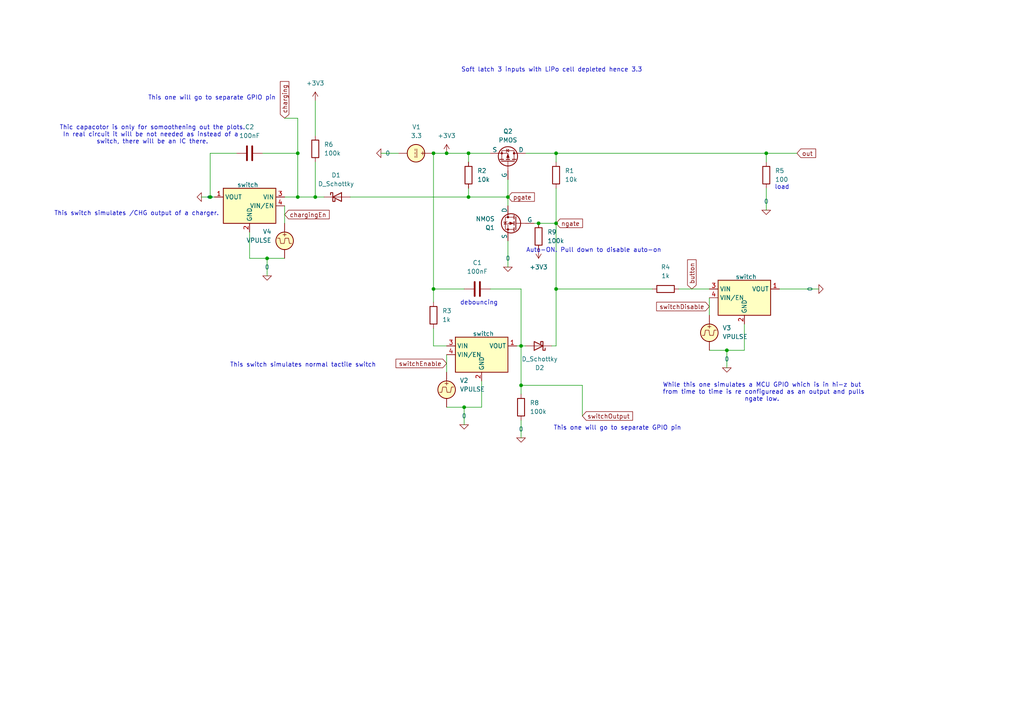
<source format=kicad_sch>
(kicad_sch (version 20230819) (generator eeschema)
  (paper "A4")
  (lib_symbols
    (symbol "Device:C" (pin_numbers hide) (pin_names (offset 0.254))
      (property "Reference" "C" (at 0.635 2.54 0))
      (property "Value" "C" (at 0.635 -2.54 0))
      (symbol "C_0_1"
        (polyline (pts (xy -2.032 -0.762) (xy 2.032 -0.762)) (stroke (width 0.508)))
        (polyline (pts (xy -2.032 0.762) (xy 2.032 0.762)) (stroke (width 0.508)))
      )
      (symbol "C_1_1"
        (pin passive line (at 0 3.81 270) (length 2.794) (name "~") (number "1"))
        (pin passive line (at 0 -3.81 90) (length 2.794) (name "~") (number "2"))
      )
    )
    (symbol "Device:D_Schottky" (pin_numbers hide) (pin_names (offset 1.016) hide)
      (property "Reference" "D" (at 0 2.54 0))
      (property "Value" "D_Schottky" (at 0 -2.54 0))
      (symbol "D_Schottky_0_1"
        (polyline (pts (xy 1.27 0) (xy -1.27 0)))
        (polyline (pts (xy 1.27 1.27) (xy 1.27 -1.27) (xy -1.27 0) (xy 1.27 1.27)) (stroke (width 0.254)))
        (polyline (pts (xy -1.905 0.635) (xy -1.905 1.27) (xy -1.27 1.27) (xy -1.27 -1.27) (xy -0.635 -1.27) (xy -0.635 -0.635)) (stroke (width 0.254)))
      )
      (symbol "D_Schottky_1_1"
        (pin passive line (at -3.81 0 0) (length 2.54) (name "K") (number "1"))
        (pin passive line (at 3.81 0 180) (length 2.54) (name "A") (number "2"))
      )
    )
    (symbol "Device:R" (pin_numbers hide) (pin_names (offset 0))
      (property "Reference" "R" (at 2.032 0 90))
      (property "Value" "R" (at 0 0 90))
      (symbol "R_0_1"
        (rectangle (start -1.016 -2.54) (end 1.016 2.54) (stroke (width 0.254)))
      )
      (symbol "R_1_1"
        (pin passive line (at 0 3.81 270) (length 1.27) (name "~") (number "1"))
        (pin passive line (at 0 -3.81 90) (length 1.27) (name "~") (number "2"))
      )
    )
    (symbol "Power_Management:RT9701"
      (property "Reference" "U" (at 0 6.35 0))
      (property "Value" "RT9701" (at 5.08 -6.35 0))
      (symbol "RT9701_0_1"
        (rectangle (start -7.62 5.08) (end 7.62 -5.08) (stroke (width 0.254)) (fill (type background)))
      )
      (symbol "RT9701_1_1"
        (pin power_out line (at 10.16 2.54 180) (length 2.54) (name "VOUT") (number "1"))
        (pin power_in line (at 0 -7.62 90) (length 2.54) (name "GND") (number "2"))
        (pin power_in line (at -10.16 2.54 0) (length 2.54) (name "VIN") (number "3"))
        (pin input line (at -10.16 0 0) (length 2.54) (name "VIN/EN") (number "4"))
        (pin passive line (at 10.16 2.54 180) (length 2.54) hide (name "VOUT") (number "5"))
      )
    )
    (symbol "Simulation_SPICE:0" (power) (pin_names (offset 0))
      (property "Value" "0" (at 0 -1.778 0))
      (symbol "0_0_1"
        (polyline (pts (xy -1.27 0) (xy 0 -1.27) (xy 1.27 0) (xy -1.27 0)))
      )
      (symbol "0_1_1"
        (pin power_in line (at 0 0 0) (length 0) hide (name "0") (number "1"))
      )
    )
    (symbol "Simulation_SPICE:NMOS" (pin_numbers hide) (pin_names (offset 0))
      (property "Reference" "Q" (at 5.08 1.27 0))
      (property "Value" "NMOS" (at 5.08 -1.27 0))
      (symbol "NMOS_0_1"
        (polyline (pts (xy 0.254 0) (xy -2.54 0)))
        (polyline (pts (xy 0.254 1.905) (xy 0.254 -1.905)) (stroke (width 0.254)))
        (polyline (pts (xy 0.762 -1.27) (xy 0.762 -2.286)) (stroke (width 0.254)))
        (polyline (pts (xy 0.762 0.508) (xy 0.762 -0.508)) (stroke (width 0.254)))
        (polyline (pts (xy 0.762 2.286) (xy 0.762 1.27)) (stroke (width 0.254)))
        (polyline (pts (xy 2.54 2.54) (xy 2.54 1.778)))
        (polyline (pts (xy 2.54 -2.54) (xy 2.54 0) (xy 0.762 0)))
        (polyline (pts (xy 0.762 -1.778) (xy 3.302 -1.778) (xy 3.302 1.778) (xy 0.762 1.778)))
        (polyline (pts (xy 1.016 0) (xy 2.032 0.381) (xy 2.032 -0.381) (xy 1.016 0)) (fill (type outline)))
        (polyline (pts (xy 2.794 0.508) (xy 2.921 0.381) (xy 3.683 0.381) (xy 3.81 0.254)))
        (polyline (pts (xy 3.302 0.381) (xy 2.921 -0.254) (xy 3.683 -0.254) (xy 3.302 0.381)))
        (circle (center 1.651 0) (radius 2.794) (stroke (width 0.254)))
        (circle (center 2.54 -1.778) (radius 0.254) (fill (type outline)))
        (circle (center 2.54 1.778) (radius 0.254) (fill (type outline)))
      )
      (symbol "NMOS_1_1"
        (pin passive line (at 2.54 5.08 270) (length 2.54) (name "D") (number "1"))
        (pin input line (at -5.08 0 0) (length 2.54) (name "G") (number "2"))
        (pin passive line (at 2.54 -5.08 90) (length 2.54) (name "S") (number "3"))
      )
    )
    (symbol "Simulation_SPICE:PMOS" (pin_numbers hide) (pin_names (offset 0))
      (property "Reference" "Q" (at 5.08 1.27 0))
      (property "Value" "PMOS" (at 5.08 -1.27 0))
      (symbol "PMOS_0_1"
        (polyline (pts (xy 0.254 0) (xy -2.54 0)))
        (polyline (pts (xy 0.254 1.905) (xy 0.254 -1.905)) (stroke (width 0.254)))
        (polyline (pts (xy 0.762 -1.27) (xy 0.762 -2.286)) (stroke (width 0.254)))
        (polyline (pts (xy 0.762 0.508) (xy 0.762 -0.508)) (stroke (width 0.254)))
        (polyline (pts (xy 0.762 2.286) (xy 0.762 1.27)) (stroke (width 0.254)))
        (polyline (pts (xy 2.54 2.54) (xy 2.54 1.778)))
        (polyline (pts (xy 2.54 -2.54) (xy 2.54 0) (xy 0.762 0)))
        (polyline (pts (xy 0.762 1.778) (xy 3.302 1.778) (xy 3.302 -1.778) (xy 0.762 -1.778)))
        (polyline (pts (xy 2.286 0) (xy 1.27 0.381) (xy 1.27 -0.381) (xy 2.286 0)) (fill (type outline)))
        (polyline (pts (xy 2.794 -0.508) (xy 2.921 -0.381) (xy 3.683 -0.381) (xy 3.81 -0.254)))
        (polyline (pts (xy 3.302 -0.381) (xy 2.921 0.254) (xy 3.683 0.254) (xy 3.302 -0.381)))
        (circle (center 1.651 0) (radius 2.794) (stroke (width 0.254)))
        (circle (center 2.54 -1.778) (radius 0.254) (fill (type outline)))
        (circle (center 2.54 1.778) (radius 0.254) (fill (type outline)))
      )
      (symbol "PMOS_1_1"
        (pin passive line (at 2.54 5.08 270) (length 2.54) (name "D") (number "1"))
        (pin input line (at -5.08 0 0) (length 2.54) (name "G") (number "2"))
        (pin passive line (at 2.54 -5.08 90) (length 2.54) (name "S") (number "3"))
      )
    )
    (symbol "Simulation_SPICE:VDC" (pin_numbers hide) (pin_names (offset 0.0254))
      (property "Reference" "V" (at 2.54 2.54 0))
      (property "Value" "1" (at 2.54 0 0))
      (symbol "VDC_0_0"
        (polyline (pts (xy -1.27 0.254) (xy 1.27 0.254)))
        (polyline (pts (xy -0.762 -0.254) (xy -1.27 -0.254)))
        (polyline (pts (xy 0.254 -0.254) (xy -0.254 -0.254)))
        (polyline (pts (xy 1.27 -0.254) (xy 0.762 -0.254)))
        (text "+" (at 0 1.905 0) (effects (font (size 1.27 1.27))))
      )
      (symbol "VDC_0_1"
        (circle (center 0 0) (radius 2.54) (stroke (width 0.254)) (fill (type background)))
      )
      (symbol "VDC_1_1"
        (pin passive line (at 0 5.08 270) (length 2.54) (name "~") (number "1"))
        (pin passive line (at 0 -5.08 90) (length 2.54) (name "~") (number "2"))
      )
    )
    (symbol "Simulation_SPICE:VPULSE" (pin_numbers hide) (pin_names (offset 0.0254))
      (property "Reference" "V" (at 2.54 2.54 0))
      (property "Value" "VPULSE" (at 2.54 0 0))
      (property "Sim.Params" "y1=0 y2=1 td=2n tr=2n tf=2n tw=50n per=100n" (at 2.54 -2.54 0))
      (symbol "VPULSE_0_0"
        (polyline (pts (xy -2.032 -0.762) (xy -1.397 -0.762) (xy -1.143 0.762) (xy -0.127 0.762) (xy 0.127 -0.762) (xy 1.143 -0.762) (xy 1.397 0.762) (xy 2.032 0.762)))
        (text "+" (at 0 1.905 0) (effects (font (size 1.27 1.27))))
      )
      (symbol "VPULSE_0_1"
        (circle (center 0 0) (radius 2.54) (stroke (width 0.254)) (fill (type background)))
      )
      (symbol "VPULSE_1_1"
        (pin passive line (at 0 5.08 270) (length 2.54) (name "~") (number "1"))
        (pin passive line (at 0 -5.08 90) (length 2.54) (name "~") (number "2"))
      )
    )
    (symbol "power:+3V3" (power) (pin_names (offset 0))
      (property "Value" "+3V3" (at 0 3.556 0))
      (symbol "+3V3_0_1"
        (polyline (pts (xy -0.762 1.27) (xy 0 2.54)))
        (polyline (pts (xy 0 0) (xy 0 2.54)))
        (polyline (pts (xy 0 2.54) (xy 0.762 1.27)))
      )
      (symbol "+3V3_1_1"
        (pin power_in line (at 0 0 90) (length 0) hide (name "+3V3") (number "1"))
      )
    )
  )
  (junction (at 151.13 100.33))
  (junction (at 222.25 44.45))
  (junction (at 156.21 64.77))
  (junction (at 210.82 101.6))
  (junction (at 125.73 83.82))
  (junction (at 125.73 44.45))
  (junction (at 134.62 118.11))
  (junction (at 151.13 111.76))
  (junction (at 135.89 57.15))
  (junction (at 135.89 44.45))
  (junction (at 91.44 57.15))
  (junction (at 161.29 64.77))
  (junction (at 129.54 44.45))
  (junction (at 77.47 74.93))
  (junction (at 161.29 44.45))
  (junction (at 86.36 57.15))
  (junction (at 161.29 83.82))
  (junction (at 147.32 57.15))
  (junction (at 86.36 44.45))
  (junction (at 60.96 57.15))
  (wire (pts (xy 161.29 64.77) (xy 161.29 83.82)))
  (wire (pts (xy 72.39 74.93) (xy 72.39 67.31)))
  (wire (pts (xy 151.13 114.3) (xy 151.13 111.76)))
  (wire (pts (xy 135.89 57.15) (xy 147.32 57.15)))
  (wire (pts (xy 125.73 100.33) (xy 129.54 100.33)))
  (wire (pts (xy 135.89 46.99) (xy 135.89 44.45)))
  (wire (pts (xy 154.94 64.77) (xy 156.21 64.77)))
  (wire (pts (xy 151.13 111.76) (xy 168.91 111.76)))
  (wire (pts (xy 86.36 57.15) (xy 91.44 57.15)))
  (wire (pts (xy 82.55 74.93) (xy 77.47 74.93)))
  (wire (pts (xy 125.73 83.82) (xy 134.62 83.82)))
  (wire (pts (xy 151.13 83.82) (xy 151.13 100.33)))
  (wire (pts (xy 129.54 44.45) (xy 135.89 44.45)))
  (wire (pts (xy 134.62 123.19) (xy 134.62 118.11)))
  (wire (pts (xy 129.54 118.11) (xy 134.62 118.11)))
  (wire (pts (xy 125.73 44.45) (xy 125.73 83.82)))
  (wire (pts (xy 151.13 100.33) (xy 152.4 100.33)))
  (wire (pts (xy 91.44 29.21) (xy 91.44 39.37)))
  (wire (pts (xy 222.25 46.99) (xy 222.25 44.45)))
  (wire (pts (xy 222.25 54.61) (xy 222.25 60.96)))
  (wire (pts (xy 82.55 59.69) (xy 82.55 64.77)))
  (wire (pts (xy 76.2 44.45) (xy 86.36 44.45)))
  (wire (pts (xy 156.21 64.77) (xy 161.29 64.77)))
  (wire (pts (xy 205.74 86.36) (xy 205.74 91.44)))
  (wire (pts (xy 60.96 57.15) (xy 62.23 57.15)))
  (wire (pts (xy 82.55 34.29) (xy 86.36 34.29)))
  (wire (pts (xy 149.86 100.33) (xy 151.13 100.33)))
  (wire (pts (xy 161.29 83.82) (xy 189.23 83.82)))
  (wire (pts (xy 147.32 52.07) (xy 147.32 57.15)))
  (wire (pts (xy 161.29 46.99) (xy 161.29 44.45)))
  (wire (pts (xy 161.29 44.45) (xy 222.25 44.45)))
  (wire (pts (xy 86.36 34.29) (xy 86.36 44.45)))
  (wire (pts (xy 68.58 44.45) (xy 60.96 44.45)))
  (wire (pts (xy 82.55 57.15) (xy 86.36 57.15)))
  (wire (pts (xy 226.06 83.82) (xy 237.49 83.82)))
  (wire (pts (xy 161.29 54.61) (xy 161.29 64.77)))
  (wire (pts (xy 168.91 111.76) (xy 168.91 120.65)))
  (wire (pts (xy 152.4 44.45) (xy 161.29 44.45)))
  (wire (pts (xy 110.49 44.45) (xy 115.57 44.45)))
  (wire (pts (xy 77.47 80.01) (xy 77.47 74.93)))
  (wire (pts (xy 205.74 101.6) (xy 210.82 101.6)))
  (wire (pts (xy 135.89 57.15) (xy 135.89 54.61)))
  (wire (pts (xy 210.82 106.68) (xy 210.82 101.6)))
  (wire (pts (xy 139.7 118.11) (xy 139.7 110.49)))
  (wire (pts (xy 86.36 44.45) (xy 86.36 57.15)))
  (wire (pts (xy 134.62 118.11) (xy 139.7 118.11)))
  (wire (pts (xy 151.13 127) (xy 151.13 121.92)))
  (wire (pts (xy 125.73 83.82) (xy 125.73 87.63)))
  (wire (pts (xy 91.44 46.99) (xy 91.44 57.15)))
  (wire (pts (xy 147.32 69.85) (xy 147.32 77.47)))
  (wire (pts (xy 161.29 83.82) (xy 161.29 100.33)))
  (wire (pts (xy 60.96 44.45) (xy 60.96 57.15)))
  (wire (pts (xy 210.82 101.6) (xy 215.9 101.6)))
  (wire (pts (xy 151.13 111.76) (xy 151.13 100.33)))
  (wire (pts (xy 147.32 57.15) (xy 147.32 59.69)))
  (wire (pts (xy 125.73 44.45) (xy 129.54 44.45)))
  (wire (pts (xy 77.47 74.93) (xy 72.39 74.93)))
  (wire (pts (xy 58.42 57.15) (xy 60.96 57.15)))
  (wire (pts (xy 142.24 83.82) (xy 151.13 83.82)))
  (wire (pts (xy 135.89 44.45) (xy 142.24 44.45)))
  (wire (pts (xy 222.25 44.45) (xy 231.14 44.45)))
  (wire (pts (xy 101.6 57.15) (xy 135.89 57.15)))
  (wire (pts (xy 91.44 57.15) (xy 93.98 57.15)))
  (wire (pts (xy 215.9 101.6) (xy 215.9 93.98)))
  (wire (pts (xy 125.73 95.25) (xy 125.73 100.33)))
  (wire (pts (xy 196.85 83.82) (xy 205.74 83.82)))
  (wire (pts (xy 160.02 100.33) (xy 161.29 100.33)))
  (wire (pts (xy 129.54 107.95) (xy 129.54 102.87)))
  (text "This one will go to separate GPIO pin" (at 179.07 124.206 0) (effects (font (size 1.27 1.27))))
  (text "This one will go to separate GPIO pin" (at 61.468 28.448 0) (effects (font (size 1.27 1.27))))
  (text "Thic capacotor is only for somoothening out the plots.\nIn real circuit it will be not needed as instead of a \nswitch, there will be an IC there." (at 44.196 39.116 0) (effects (font (size 1.27 1.27))))
  (text "load" (at 226.822 54.356 0) (effects (font (size 1.27 1.27))))
  (text "debouncing" (at 138.938 87.884 0) (effects (font (size 1.27 1.27))))
  (text "Soft latch 3 inputs with LiPo cell depleted hence 3.3" (at 160.02 20.32 0) (effects (font (size 1.27 1.27))))
  (text "This switch simulates normal tactile switch" (at 87.884 105.918 0) (effects (font (size 1.27 1.27))))
  (text "While this one simulates a MCU GPIO which is in hi-z but \nfrom time to time is re configuread as an output and pulls\nngate low. " (at 221.488 113.792 0) (effects (font (size 1.27 1.27))))
  (text "This switch simulates /CHG output of a charger." (at 39.624 61.976 0) (effects (font (size 1.27 1.27))))
  (text "Auto-ON. Pull down to disable auto-on" (at 172.212 72.644 0) (effects (font (size 1.27 1.27))))
  (global_label "pgate" (shape input) (at 147.32 57.15 0) (property "Intersheetrefs" "${INTERSHEET_REFS}" (effects hide)))
  (global_label "out" (shape input) (at 231.14 44.45 0) (property "Intersheetrefs" "${INTERSHEET_REFS}" (effects hide)))
  (global_label "button" (shape input) (at 200.66 83.82 90) (property "Intersheetrefs" "${INTERSHEET_REFS}" (effects hide)))
  (global_label "chargingEn" (shape input) (at 82.55 62.23 0) (property "Intersheetrefs" "${INTERSHEET_REFS}" (effects hide)))
  (global_label "ngate" (shape input) (at 161.29 64.77 0) (property "Intersheetrefs" "${INTERSHEET_REFS}" (effects hide)))
  (global_label "switchEnable" (shape input) (at 129.54 105.41 180) (property "Intersheetrefs" "${INTERSHEET_REFS}" (effects hide)))
  (global_label "switchOutput" (shape input) (at 168.91 120.65 0) (property "Intersheetrefs" "${INTERSHEET_REFS}" (effects hide)))
  (global_label "charging" (shape input) (at 82.55 34.29 90) (property "Intersheetrefs" "${INTERSHEET_REFS}" (effects hide)))
  (global_label "switchDisable" (shape input) (at 205.74 88.9 180) (property "Intersheetrefs" "${INTERSHEET_REFS}" (effects hide)))
  (symbol (lib_id "Simulation_SPICE:NMOS") (at 149.86 64.77 0) (mirror y) (unit 1)
    (property "Reference" "Q1" (at 143.51 66.0401 0) (effects (justify left)))
    (property "Value" "NMOS" (at 143.51 63.5001 0) (effects (justify left)))
    (property "Datasheet" "https://ngspice.sourceforge.io/docs/ngspice-manual.pdf" (effects hide))
    (property "Description" "N-MOSFET transistor, drain/source/gate" (effects hide))
    (property "Sim.Device" "NMOS" (effects hide))
    (property "Sim.Type" "VDMOS" (effects hide))
    (property "Sim.Pins" "1=D 2=G 3=S" (effects hide))
  )
  (symbol (lib_id "Device:R") (at 222.25 50.8 0) (unit 1)
    (property "Reference" "R5" (at 224.79 49.5299 0) (effects (justify left)))
    (property "Value" "100" (at 224.79 52.0699 0) (effects (justify left)))
    (property "Description" "Resistor" (effects hide))
  )
  (symbol (lib_id "Simulation_SPICE:0") (at 110.49 44.45 270) (unit 1)
    (property "Reference" "#GND01" (effects hide))
    (property "Value" "0" (at 111.76 44.4499 90) (effects (justify left)))
    (property "Description" "0V reference potential for simulation" (effects hide))
  )
  (symbol (lib_id "Power_Management:RT9701") (at 72.39 59.69 0) (mirror y) (unit 1)
    (property "Reference" "U3" (effects hide))
    (property "Value" "switch" (at 71.882 53.594 0))
    (property "Sim.Device" "SW" (effects hide))
    (property "Sim.Type" "V" (effects hide))
    (property "Sim.Pins" "1=no- 2=ctrl- 3=no+ 4=ctrl+" (effects hide))
    (property "Sim.Params" "thr=1 his=0 ron=1 roff=1e+12 ic=off" (effects hide))
  )
  (symbol (lib_id "Device:R") (at 161.29 50.8 0) (unit 1)
    (property "Reference" "R1" (at 163.83 49.5299 0) (effects (justify left)))
    (property "Value" "10k" (at 163.83 52.0699 0) (effects (justify left)))
    (property "Description" "Resistor" (effects hide))
  )
  (symbol (lib_id "Simulation_SPICE:0") (at 222.25 60.96 0) (unit 1)
    (property "Reference" "#GND05" (effects hide))
    (property "Value" "0" (at 222.25 58.42 0))
    (property "Description" "0V reference potential for simulation" (effects hide))
  )
  (symbol (lib_id "Power_Management:RT9701") (at 215.9 86.36 0) (unit 1)
    (property "Reference" "U2" (effects hide))
    (property "Value" "switch" (at 216.408 80.264 0))
    (property "Sim.Device" "SW" (effects hide))
    (property "Sim.Type" "V" (effects hide))
    (property "Sim.Pins" "1=no- 2=ctrl- 3=no+ 4=ctrl+" (effects hide))
    (property "Sim.Params" "thr=1 his=0 ron=1 roff=1e+12 ic=off" (effects hide))
  )
  (symbol (lib_id "Simulation_SPICE:0") (at 58.42 57.15 270) (mirror x) (unit 1)
    (property "Reference" "#GND09" (effects hide))
    (property "Value" "0" (at 60.96 57.15 0))
    (property "Description" "0V reference potential for simulation" (effects hide))
  )
  (symbol (lib_id "Simulation_SPICE:VDC") (at 120.65 44.45 270) (unit 1)
    (property "Reference" "V1" (at 120.7798 36.83 90))
    (property "Value" "3.3" (at 120.7798 39.37 90))
    (property "Description" "Voltage source, DC" (effects hide))
    (property "Sim.Pins" "1=+ 2=-" (effects hide))
    (property "Sim.Type" "DC" (effects hide))
    (property "Sim.Device" "V" (effects hide))
  )
  (symbol (lib_id "Device:C") (at 72.39 44.45 90) (unit 1)
    (property "Reference" "C2" (at 72.39 36.83 90))
    (property "Value" "100nF" (at 72.39 39.37 90))
    (property "Description" "Unpolarized capacitor" (effects hide))
  )
  (symbol (lib_id "Device:R") (at 151.13 118.11 0) (unit 1)
    (property "Reference" "R8" (at 153.67 116.8399 0) (effects (justify left)))
    (property "Value" "100k" (at 153.67 119.3799 0) (effects (justify left)))
    (property "Description" "Resistor" (effects hide))
  )
  (symbol (lib_id "Simulation_SPICE:VPULSE") (at 82.55 69.85 0) (mirror y) (unit 1)
    (property "Reference" "V4" (at 78.74 67.1801 0) (effects (justify left)))
    (property "Value" "VPULSE" (at 78.74 69.7201 0) (effects (justify left)))
    (property "Description" "Voltage source, pulse" (effects hide))
    (property "Sim.Pins" "1=+ 2=-" (effects hide))
    (property "Sim.Type" "PULSE" (effects hide))
    (property "Sim.Device" "V" (effects hide))
    (property "Sim.Params" "y1=0 y2=3.3 td=3s tr=2ms tf=2ms tw=500ms per=4s" (effects hide))
  )
  (symbol (lib_id "power:+3V3") (at 156.21 72.39 180) (unit 1)
    (property "Reference" "#PWR03" (effects hide))
    (property "Value" "+3V3" (at 156.21 77.47 0))
    (property "Description" "Power symbol creates a global label with name \"+3V3\"" (effects hide))
  )
  (symbol (lib_id "Device:R") (at 156.21 68.58 0) (unit 1)
    (property "Reference" "R9" (at 158.75 67.3099 0) (effects (justify left)))
    (property "Value" "100k" (at 158.75 69.8499 0) (effects (justify left)))
    (property "Description" "Resistor" (effects hide))
  )
  (symbol (lib_id "Simulation_SPICE:0") (at 134.62 123.19 0) (unit 1)
    (property "Reference" "#GND04" (effects hide))
    (property "Value" "0" (at 134.62 120.65 0))
    (property "Description" "0V reference potential for simulation" (effects hide))
  )
  (symbol (lib_id "Simulation_SPICE:0") (at 210.82 106.68 0) (unit 1)
    (property "Reference" "#GND06" (effects hide))
    (property "Value" "0" (at 210.82 104.14 0))
    (property "Description" "0V reference potential for simulation" (effects hide))
  )
  (symbol (lib_id "Simulation_SPICE:0") (at 147.32 77.47 0) (unit 1)
    (property "Reference" "#GND02" (effects hide))
    (property "Value" "0" (at 147.32 74.93 0))
    (property "Description" "0V reference potential for simulation" (effects hide))
  )
  (symbol (lib_id "Simulation_SPICE:VPULSE") (at 205.74 96.52 0) (unit 1)
    (property "Reference" "V3" (at 209.55 95.1201 0) (effects (justify left)))
    (property "Value" "VPULSE" (at 209.55 97.6601 0) (effects (justify left)))
    (property "Description" "Voltage source, pulse" (effects hide))
    (property "Sim.Pins" "1=+ 2=-" (effects hide))
    (property "Sim.Type" "PULSE" (effects hide))
    (property "Sim.Device" "V" (effects hide))
    (property "Sim.Params" "y1=0 y2=3.3 td=2s tr=2ms tf=2ms tw=100ms per=2s" (effects hide))
  )
  (symbol (lib_id "Device:R") (at 91.44 43.18 0) (unit 1)
    (property "Reference" "R6" (at 93.98 41.9099 0) (effects (justify left)))
    (property "Value" "100k" (at 93.98 44.4499 0) (effects (justify left)))
    (property "Description" "Resistor" (effects hide))
  )
  (symbol (lib_id "Device:R") (at 125.73 91.44 0) (unit 1)
    (property "Reference" "R3" (at 128.27 90.1699 0) (effects (justify left)))
    (property "Value" "1k" (at 128.27 92.7099 0) (effects (justify left)))
    (property "Description" "Resistor" (effects hide))
  )
  (symbol (lib_id "Power_Management:RT9701") (at 139.7 102.87 0) (unit 1)
    (property "Reference" "U1" (effects hide))
    (property "Value" "switch" (at 140.208 96.774 0))
    (property "Sim.Device" "SW" (effects hide))
    (property "Sim.Type" "V" (effects hide))
    (property "Sim.Pins" "1=no- 2=ctrl- 3=no+ 4=ctrl+" (effects hide))
    (property "Sim.Params" "thr=1 his=0 ron=1 roff=1e+12 ic=off" (effects hide))
  )
  (symbol (lib_id "Device:R") (at 193.04 83.82 90) (unit 1)
    (property "Reference" "R4" (at 193.04 77.47 90))
    (property "Value" "1k" (at 193.04 80.01 90))
    (property "Description" "Resistor" (effects hide))
  )
  (symbol (lib_id "power:+3V3") (at 91.44 29.21 0) (unit 1)
    (property "Reference" "#PWR01" (effects hide))
    (property "Value" "+3V3" (at 91.44 24.13 0))
    (property "Description" "Power symbol creates a global label with name \"+3V3\"" (effects hide))
  )
  (symbol (lib_id "Simulation_SPICE:0") (at 237.49 83.82 90) (unit 1)
    (property "Reference" "#GND03" (effects hide))
    (property "Value" "0" (at 234.95 83.82 0))
    (property "Description" "0V reference potential for simulation" (effects hide))
  )
  (symbol (lib_id "power:+3V3") (at 129.54 44.45 0) (unit 1)
    (property "Reference" "#PWR02" (effects hide))
    (property "Value" "+3V3" (at 129.54 39.37 0))
    (property "Description" "Power symbol creates a global label with name \"+3V3\"" (effects hide))
  )
  (symbol (lib_id "Simulation_SPICE:0") (at 77.47 80.01 0) (mirror y) (unit 1)
    (property "Reference" "#GND08" (effects hide))
    (property "Value" "0" (at 77.47 77.47 0))
    (property "Description" "0V reference potential for simulation" (effects hide))
  )
  (symbol (lib_id "Device:C") (at 138.43 83.82 90) (unit 1)
    (property "Reference" "C1" (at 138.43 76.2 90))
    (property "Value" "100nF" (at 138.43 78.74 90))
    (property "Description" "Unpolarized capacitor" (effects hide))
  )
  (symbol (lib_id "Device:D_Schottky") (at 97.79 57.15 0) (unit 1)
    (property "Reference" "D1" (at 97.4725 50.8 0))
    (property "Value" "D_Schottky" (at 97.4725 53.34 0))
    (property "Description" "Schottky diode" (effects hide))
    (property "Sim.Library" "1N5817.spice" (effects hide))
    (property "Sim.Name" "1N5817" (effects hide))
    (property "Sim.Device" "D" (effects hide))
    (property "Sim.Pins" "1=K 2=A" (effects hide))
  )
  (symbol (lib_id "Device:R") (at 135.89 50.8 0) (unit 1)
    (property "Reference" "R2" (at 138.43 49.5299 0) (effects (justify left)))
    (property "Value" "10k" (at 138.43 52.0699 0) (effects (justify left)))
    (property "Description" "Resistor" (effects hide))
  )
  (symbol (lib_id "Simulation_SPICE:VPULSE") (at 129.54 113.03 0) (unit 1)
    (property "Reference" "V2" (at 133.35 110.3601 0) (effects (justify left)))
    (property "Value" "VPULSE" (at 133.35 112.9001 0) (effects (justify left)))
    (property "Description" "Voltage source, pulse" (effects hide))
    (property "Sim.Pins" "1=+ 2=-" (effects hide))
    (property "Sim.Type" "PULSE" (effects hide))
    (property "Sim.Device" "V" (effects hide))
    (property "Sim.Params" "y1=0 y2=3.3 td=1s tr=2ms tf=2ms tw=100ms per=4s" (effects hide))
  )
  (symbol (lib_id "Simulation_SPICE:PMOS") (at 147.32 46.99 270) (mirror x) (unit 1)
    (property "Reference" "Q2" (at 147.32 38.1 90))
    (property "Value" "PMOS" (at 147.32 40.64 90))
    (property "Datasheet" "https://ngspice.sourceforge.io/docs/ngspice-manual.pdf" (effects hide))
    (property "Description" "P-MOSFET transistor, drain/source/gate" (effects hide))
    (property "Sim.Device" "PMOS" (effects hide))
    (property "Sim.Type" "VDMOS" (effects hide))
    (property "Sim.Pins" "1=D 2=G 3=S" (effects hide))
  )
  (symbol (lib_id "Simulation_SPICE:0") (at 151.13 127 0) (unit 1)
    (property "Reference" "#GND07" (effects hide))
    (property "Value" "0" (at 151.13 124.46 0))
    (property "Description" "0V reference potential for simulation" (effects hide))
  )
  (symbol (lib_id "Device:D_Schottky") (at 156.21 100.33 180) (unit 1)
    (property "Reference" "D2" (at 156.5275 106.68 0))
    (property "Value" "D_Schottky" (at 156.5275 104.14 0))
    (property "Description" "Schottky diode" (effects hide))
    (property "Sim.Library" "1N5817.spice" (effects hide))
    (property "Sim.Name" "1N5817" (effects hide))
    (property "Sim.Device" "D" (effects hide))
    (property "Sim.Pins" "1=K 2=A" (effects hide))
  )
)
</source>
